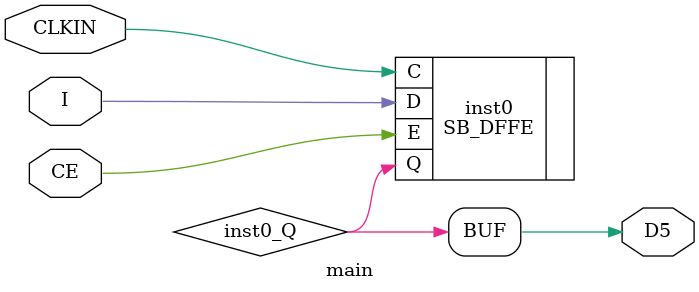
<source format=v>
module main (input  I, input  CE, output  D5, input  CLKIN);
wire  inst0_Q;
SB_DFFE inst0 (.C(CLKIN), .E(CE), .D(I), .Q(inst0_Q));
assign D5 = inst0_Q;
endmodule


</source>
